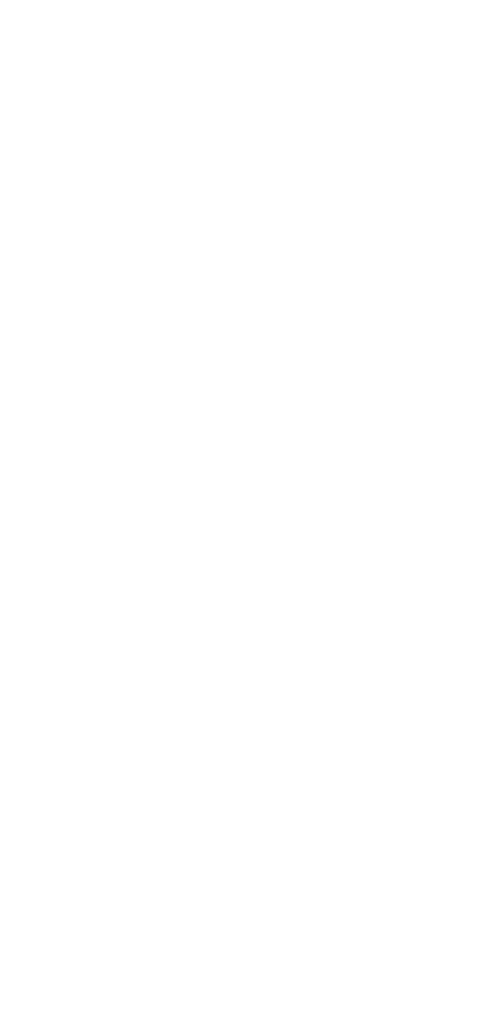
<source format=kicad_pcb>
(kicad_pcb (version 20171130) (host pcbnew "(5.0.1)-4")

  (general
    (thickness 1.6)
    (drawings 46)
    (tracks 0)
    (zones 0)
    (modules 0)
    (nets 1)
  )

  (page A4)
  (layers
    (0 F.Cu signal hide)
    (31 B.Cu signal hide)
    (32 B.Adhes user hide)
    (33 F.Adhes user hide)
    (34 B.Paste user hide)
    (35 F.Paste user hide)
    (36 B.SilkS user hide)
    (37 F.SilkS user hide)
    (38 B.Mask user hide)
    (39 F.Mask user hide)
    (40 Dwgs.User user hide)
    (41 Cmts.User user hide)
    (42 Eco1.User user hide)
    (43 Eco2.User user)
    (44 Edge.Cuts user hide)
    (45 Margin user hide)
    (46 B.CrtYd user hide)
    (47 F.CrtYd user hide)
    (48 B.Fab user hide)
    (49 F.Fab user hide)
  )

  (setup
    (last_trace_width 0.25)
    (trace_clearance 0.2)
    (zone_clearance 0.508)
    (zone_45_only no)
    (trace_min 0.2)
    (segment_width 0.2)
    (edge_width 0.2)
    (via_size 0.8)
    (via_drill 0.4)
    (via_min_size 0.4)
    (via_min_drill 0.3)
    (uvia_size 0.3)
    (uvia_drill 0.1)
    (uvias_allowed no)
    (uvia_min_size 0.2)
    (uvia_min_drill 0.1)
    (pcb_text_width 0.3)
    (pcb_text_size 1.5 1.5)
    (mod_edge_width 0.15)
    (mod_text_size 1 1)
    (mod_text_width 0.15)
    (pad_size 1.524 1.524)
    (pad_drill 0.762)
    (pad_to_mask_clearance 0.051)
    (solder_mask_min_width 0.25)
    (aux_axis_origin 0 0)
    (visible_elements 7FFFFFFF)
    (pcbplotparams
      (layerselection 0x010fc_ffffffff)
      (usegerberextensions false)
      (usegerberattributes false)
      (usegerberadvancedattributes false)
      (creategerberjobfile false)
      (excludeedgelayer true)
      (linewidth 0.100000)
      (plotframeref false)
      (viasonmask false)
      (mode 1)
      (useauxorigin false)
      (hpglpennumber 1)
      (hpglpenspeed 20)
      (hpglpendiameter 15.000000)
      (psnegative false)
      (psa4output false)
      (plotreference true)
      (plotvalue true)
      (plotinvisibletext false)
      (padsonsilk false)
      (subtractmaskfromsilk false)
      (outputformat 1)
      (mirror false)
      (drillshape 1)
      (scaleselection 1)
      (outputdirectory ""))
  )

  (net 0 "")

  (net_class Default "This is the default net class."
    (clearance 0.2)
    (trace_width 0.25)
    (via_dia 0.8)
    (via_drill 0.4)
    (uvia_dia 0.3)
    (uvia_drill 0.1)
  )

  (gr_line (start 53.7 76.6) (end 48.5 76.6) (layer Eco2.User) (width 0.2) (tstamp 5CA562B2))
  (gr_line (start 53.7 76.5) (end 53.7 72.7) (layer Eco2.User) (width 0.2) (tstamp 5CA562B1))
  (gr_line (start 48.5 72.7) (end 53.7 72.7) (layer Eco2.User) (width 0.2) (tstamp 5CA562B0))
  (gr_line (start 48.5 72.7) (end 48.5 76.5) (layer Eco2.User) (width 0.2) (tstamp 5CA562AF))
  (gr_line (start 53.8 32.5) (end 48.6 32.5) (layer Eco2.User) (width 0.2) (tstamp 5CA561F5))
  (gr_line (start 53.8 32.5) (end 53.8 28.7) (layer Eco2.User) (width 0.2) (tstamp 5CA561F4))
  (gr_line (start 48.6 28.7) (end 53.8 28.7) (layer Eco2.User) (width 0.2))
  (gr_line (start 48.6 28.7) (end 48.6 32.5) (layer Eco2.User) (width 0.2))
  (gr_circle (center 37.25 109.5) (end 40.4 109.5) (layer Eco2.User) (width 0.2) (tstamp 5CA56182))
  (gr_circle (center 23.3 109.5) (end 26.45 109.5) (layer Eco2.User) (width 0.2) (tstamp 5CA56175))
  (gr_circle (center 53.1 104.4) (end 54.65 104.4) (layer Eco2.User) (width 0.2) (tstamp 5CA56137))
  (gr_circle (center 53.1 113.4) (end 56.25 113.4) (layer Eco2.User) (width 0.2) (tstamp 5CA56136))
  (gr_circle (center 7.4 104.3) (end 8.95 104.3) (layer Eco2.User) (width 0.2) (tstamp 5CA55DF8))
  (gr_circle (center 7.3 113.3) (end 10.45 113.3) (layer Eco2.User) (width 0.2) (tstamp 5CA55DF7))
  (gr_circle (center 53.35 84.5) (end 56.5 84.5) (layer Eco2.User) (width 0.2) (tstamp 5CA55D97))
  (gr_circle (center 38.25 84.45) (end 41.4 84.45) (layer Eco2.User) (width 0.2) (tstamp 5CA55D96))
  (gr_circle (center 17.3 90.35) (end 20.45 90.35) (layer Eco2.User) (width 0.2) (tstamp 5CA55D95))
  (gr_circle (center 17.3 80.45) (end 20.45 80.45) (layer Eco2.User) (width 0.2) (tstamp 5CA55D94))
  (gr_circle (center 6.45 77.35) (end 8 77.35) (layer Eco2.User) (width 0.2) (tstamp 5CA55D93))
  (gr_circle (center 6.3 84.45) (end 9.45 84.45) (layer Eco2.User) (width 0.2) (tstamp 5CA55D92))
  (gr_circle (center 53.35 62.6) (end 56.5 62.6) (layer Eco2.User) (width 0.2) (tstamp 5CA55D89))
  (gr_circle (center 38.25 62.55) (end 41.4 62.55) (layer Eco2.User) (width 0.2) (tstamp 5CA55D88))
  (gr_circle (center 17.3 68.45) (end 20.45 68.45) (layer Eco2.User) (width 0.2) (tstamp 5CA55D87))
  (gr_circle (center 17.3 58.55) (end 20.45 58.55) (layer Eco2.User) (width 0.2) (tstamp 5CA55D86))
  (gr_circle (center 6.45 55.45) (end 8 55.45) (layer Eco2.User) (width 0.2) (tstamp 5CA55D85))
  (gr_circle (center 6.3 62.55) (end 9.45 62.55) (layer Eco2.User) (width 0.2) (tstamp 5CA55D84))
  (gr_circle (center 53.35 40.6) (end 56.5 40.6) (layer Eco2.User) (width 0.2) (tstamp 5CA55D7B))
  (gr_circle (center 38.25 40.55) (end 41.4 40.55) (layer Eco2.User) (width 0.2) (tstamp 5CA55D7A))
  (gr_circle (center 17.3 46.45) (end 20.45 46.45) (layer Eco2.User) (width 0.2) (tstamp 5CA55D79))
  (gr_circle (center 17.3 36.55) (end 20.45 36.55) (layer Eco2.User) (width 0.2) (tstamp 5CA55D78))
  (gr_circle (center 6.45 33.45) (end 8 33.45) (layer Eco2.User) (width 0.2) (tstamp 5CA55D77))
  (gr_circle (center 6.3 40.55) (end 9.45 40.55) (layer Eco2.User) (width 0.2) (tstamp 5CA55D76))
  (gr_circle (center 53.35 18.7) (end 56.5 18.7) (layer Eco2.User) (width 0.2) (tstamp 5CA55D13))
  (gr_circle (center 38.25 18.65) (end 41.4 18.65) (layer Eco2.User) (width 0.2) (tstamp 5CA55CDD))
  (gr_circle (center 17.3 24.55) (end 20.45 24.55) (layer Eco2.User) (width 0.2) (tstamp 5CA55CA4))
  (gr_circle (center 17.3 14.65) (end 20.45 14.65) (layer Eco2.User) (width 0.2) (tstamp 5CA55C53))
  (gr_circle (center 6.45 11.55) (end 8 11.55) (layer Eco2.User) (width 0.2))
  (gr_circle (center 6.3 18.65) (end 9.45 18.65) (layer Eco2.User) (width 0.2))
  (gr_line (start 60.6 128.5) (end 0 128.5) (layer Eco2.User) (width 0.2))
  (gr_line (start 60.6 0) (end 60.6 128.5) (layer Eco2.User) (width 0.2))
  (gr_line (start 0 0) (end 60.6 0) (layer Eco2.User) (width 0.2))
  (gr_line (start 0 128.5) (end 0 0) (layer Eco2.User) (width 0.2))
  (gr_circle (center 7.5 125.5) (end 9.1 125.6) (layer Eco2.User) (width 0.2) (tstamp 5CA41348))
  (gr_circle (center 53.2 125.5) (end 54.8 125.6) (layer Eco2.User) (width 0.2) (tstamp 5CA41342))
  (gr_circle (center 53.2 3) (end 54.8 3.1) (layer Eco2.User) (width 0.2) (tstamp 5CA4133C))
  (gr_circle (center 7.5 3) (end 9.1 3.1) (layer Eco2.User) (width 0.2))

)

</source>
